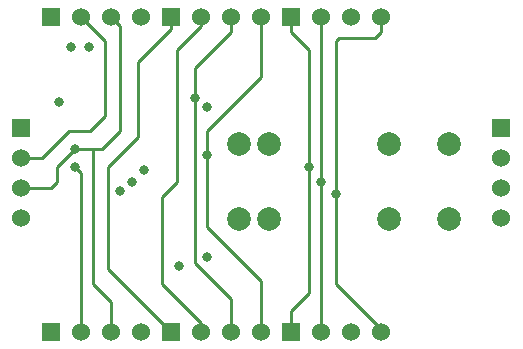
<source format=gbl>
G04 #@! TF.FileFunction,Copper,L4,Bot,Signal*
%FSLAX46Y46*%
G04 Gerber Fmt 4.6, Leading zero omitted, Abs format (unit mm)*
G04 Created by KiCad (PCBNEW (2015-01-16 BZR 5376)-product) date 25/06/2015 00:13:43*
%MOMM*%
G01*
G04 APERTURE LIST*
%ADD10C,0.150000*%
%ADD11R,1.524000X1.524000*%
%ADD12C,1.524000*%
%ADD13C,1.998980*%
%ADD14C,0.800100*%
%ADD15C,0.254000*%
G04 APERTURE END LIST*
D10*
D11*
X127000000Y-55118000D03*
D12*
X127000000Y-57658000D03*
X127000000Y-60198000D03*
X127000000Y-62738000D03*
D11*
X109220000Y-45720000D03*
D12*
X111760000Y-45720000D03*
X114300000Y-45720000D03*
X116840000Y-45720000D03*
D11*
X99060000Y-45720000D03*
D12*
X101600000Y-45720000D03*
X104140000Y-45720000D03*
X106680000Y-45720000D03*
D11*
X88900000Y-45720000D03*
D12*
X91440000Y-45720000D03*
X93980000Y-45720000D03*
X96520000Y-45720000D03*
D11*
X109220000Y-72390000D03*
D12*
X111760000Y-72390000D03*
X114300000Y-72390000D03*
X116840000Y-72390000D03*
D11*
X99060000Y-72390000D03*
D12*
X101600000Y-72390000D03*
X104140000Y-72390000D03*
X106680000Y-72390000D03*
D11*
X88900000Y-72390000D03*
D12*
X91440000Y-72390000D03*
X93980000Y-72390000D03*
X96520000Y-72390000D03*
D11*
X86360000Y-55118000D03*
D12*
X86360000Y-57658000D03*
X86360000Y-60198000D03*
X86360000Y-62738000D03*
D13*
X104775000Y-56515000D03*
X107315000Y-56515000D03*
X117475000Y-56515000D03*
X122555000Y-56515000D03*
X104775000Y-62865000D03*
X107315000Y-62865000D03*
X117475000Y-62865000D03*
X122555000Y-62865000D03*
D14*
X94742000Y-60452000D03*
X113030000Y-60706000D03*
X90932000Y-58420000D03*
X90932000Y-56896000D03*
X101092000Y-52578000D03*
X102108000Y-57404000D03*
X110744000Y-58420000D03*
X96774000Y-58674000D03*
X111760000Y-59690000D03*
X95758000Y-59690000D03*
X99695000Y-66802000D03*
X92075000Y-48260000D03*
X90551000Y-48260000D03*
X102108000Y-53340000D03*
X102108000Y-66040000D03*
X89535000Y-52959000D03*
D15*
X116840000Y-46990000D02*
X116332000Y-47498000D01*
X116332000Y-47498000D02*
X113284000Y-47498000D01*
X114046000Y-69342000D02*
X116840000Y-72136000D01*
X113030000Y-68326000D02*
X114046000Y-69342000D01*
X116840000Y-46990000D02*
X116840000Y-45720000D01*
X116840000Y-72136000D02*
X116840000Y-72390000D01*
X113030000Y-47752000D02*
X113030000Y-50800000D01*
X113284000Y-47498000D02*
X113030000Y-47752000D01*
X113030000Y-60706000D02*
X113030000Y-50800000D01*
X113030000Y-60706000D02*
X113030000Y-61468000D01*
X113030000Y-61468000D02*
X113030000Y-68326000D01*
X88138000Y-57658000D02*
X86360000Y-57658000D01*
X93472000Y-47752000D02*
X91440000Y-45720000D01*
X90424000Y-55372000D02*
X88392000Y-57404000D01*
X90424000Y-55372000D02*
X92202000Y-55372000D01*
X92202000Y-55372000D02*
X93472000Y-54102000D01*
X88392000Y-57404000D02*
X88138000Y-57658000D01*
X91440000Y-58928000D02*
X90932000Y-58420000D01*
X91440000Y-72390000D02*
X91440000Y-58928000D01*
X93472000Y-54102000D02*
X93472000Y-51562000D01*
X93472000Y-51562000D02*
X93472000Y-47752000D01*
X93980000Y-72390000D02*
X93980000Y-69850000D01*
X90932000Y-56896000D02*
X90932000Y-56896000D01*
X88900000Y-60198000D02*
X86360000Y-60198000D01*
X89408000Y-59690000D02*
X88900000Y-60198000D01*
X89408000Y-58420000D02*
X89408000Y-59690000D01*
X90932000Y-56896000D02*
X89408000Y-58420000D01*
X90932000Y-56896000D02*
X90932000Y-56896000D01*
X92710000Y-56896000D02*
X90932000Y-56896000D01*
X94742000Y-46482000D02*
X93980000Y-45720000D01*
X94742000Y-51054000D02*
X94742000Y-55372000D01*
X94742000Y-51054000D02*
X94742000Y-46482000D01*
X92456000Y-68326000D02*
X92456000Y-58420000D01*
X93980000Y-69850000D02*
X92456000Y-68326000D01*
X92456000Y-56896000D02*
X92710000Y-56896000D01*
X92456000Y-58420000D02*
X92456000Y-56896000D01*
X93218000Y-56896000D02*
X92710000Y-56896000D01*
X94742000Y-55372000D02*
X93218000Y-56896000D01*
X99060000Y-45720000D02*
X99060000Y-46736000D01*
X93726000Y-67056000D02*
X99060000Y-72390000D01*
X99060000Y-46736000D02*
X96266000Y-49530000D01*
X93726000Y-58420000D02*
X93726000Y-67056000D01*
X96266000Y-55880000D02*
X93726000Y-58420000D01*
X96266000Y-49530000D02*
X96266000Y-55880000D01*
X101600000Y-72390000D02*
X101600000Y-71628000D01*
X101600000Y-46482000D02*
X101600000Y-45720000D01*
X99568000Y-48514000D02*
X101600000Y-46482000D01*
X98298000Y-60960000D02*
X99568000Y-59690000D01*
X101600000Y-71628000D02*
X98298000Y-68326000D01*
X98298000Y-68326000D02*
X98298000Y-60960000D01*
X99568000Y-59690000D02*
X99568000Y-48514000D01*
X104140000Y-72390000D02*
X104140000Y-69596000D01*
X101092000Y-52578000D02*
X101092000Y-50038000D01*
X104140000Y-69596000D02*
X101092000Y-66548000D01*
X104140000Y-46990000D02*
X104140000Y-45720000D01*
X101092000Y-50038000D02*
X104140000Y-46990000D01*
X101092000Y-66548000D02*
X101092000Y-52578000D01*
X102108000Y-57404000D02*
X102108000Y-57404000D01*
X102108000Y-57404000D02*
X102108000Y-55372000D01*
X102108000Y-57404000D02*
X102108000Y-63500000D01*
X106680000Y-50800000D02*
X106680000Y-45720000D01*
X102108000Y-63500000D02*
X106680000Y-68072000D01*
X106680000Y-68072000D02*
X106680000Y-72390000D01*
X102108000Y-55372000D02*
X106680000Y-50800000D01*
X109220000Y-46990000D02*
X110744000Y-48514000D01*
X109220000Y-70612000D02*
X110744000Y-69088000D01*
X109220000Y-72390000D02*
X109220000Y-70612000D01*
X110744000Y-48514000D02*
X110744000Y-58420000D01*
X109220000Y-45720000D02*
X109220000Y-46990000D01*
X110744000Y-69088000D02*
X110744000Y-58420000D01*
X111760000Y-72390000D02*
X111760000Y-70866000D01*
X111760000Y-70866000D02*
X111760000Y-70612000D01*
X111760000Y-45720000D02*
X111760000Y-52578000D01*
X111760000Y-52578000D02*
X111760000Y-57404000D01*
X111760000Y-57404000D02*
X111760000Y-59690000D01*
X111760000Y-70612000D02*
X111760000Y-59690000D01*
M02*

</source>
